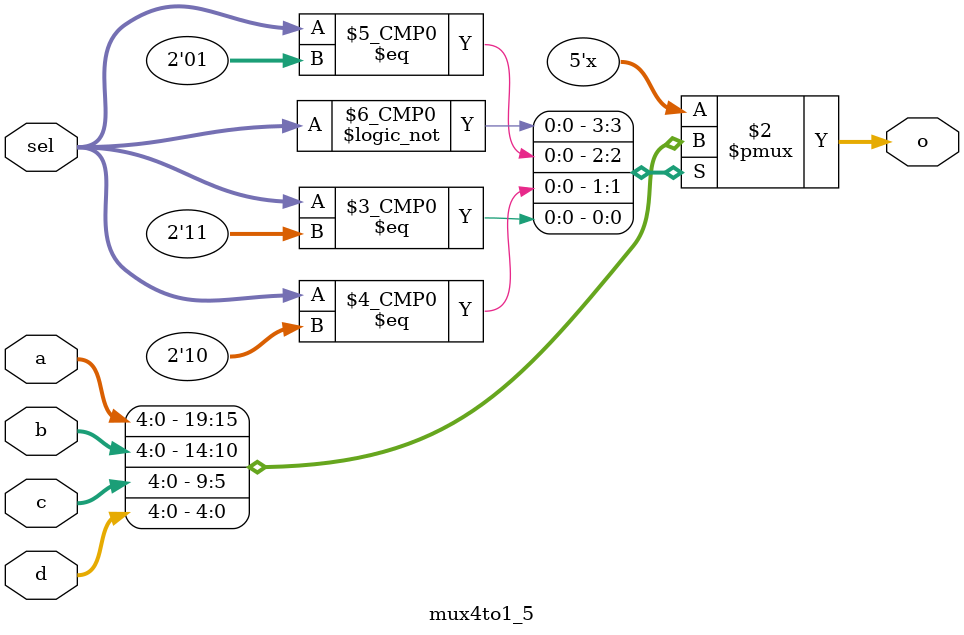
<source format=v>
`timescale 1ns / 1ps
module mux4to1_5(
   
   input wire[4:0] a,
	input wire[4:0] b,
	input wire[4:0] c,
	input wire[4:0] d,
	input wire[1:0] sel,
	output reg[4:0]o
    );

	always @(*)begin
	   case(sel)
		   2'b00:o <= a;
			2'b01:o <= b;
			2'b10:o <= c;
			2'b11:o <= d;
		endcase
	end

endmodule

</source>
